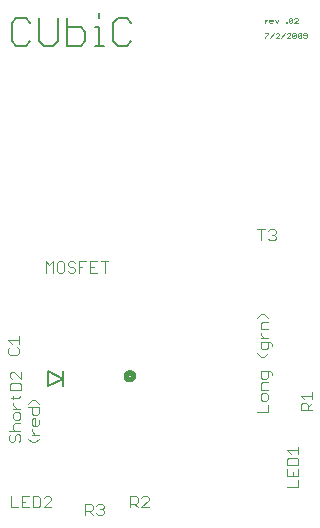
<source format=gto>
G75*
G70*
%OFA0B0*%
%FSLAX24Y24*%
%IPPOS*%
%LPD*%
%AMOC8*
5,1,8,0,0,1.08239X$1,22.5*
%
%ADD10C,0.0080*%
%ADD11C,0.0030*%
%ADD12C,0.0160*%
%ADD13C,0.0020*%
%ADD14C,0.0060*%
D10*
X002326Y015899D02*
X002172Y016053D01*
X002172Y016666D01*
X002326Y016820D01*
X002633Y016820D01*
X002786Y016666D01*
X003093Y016820D02*
X003093Y016053D01*
X003247Y015899D01*
X003554Y015899D01*
X003707Y016053D01*
X003707Y016820D01*
X004014Y016820D02*
X004014Y015899D01*
X004474Y015899D01*
X004628Y016053D01*
X004628Y016360D01*
X004474Y016513D01*
X004014Y016513D01*
X004935Y016513D02*
X005088Y016513D01*
X005088Y015899D01*
X004935Y015899D02*
X005242Y015899D01*
X005549Y016053D02*
X005702Y015899D01*
X006009Y015899D01*
X006162Y016053D01*
X006162Y016666D02*
X006009Y016820D01*
X005702Y016820D01*
X005549Y016666D01*
X005549Y016053D01*
X005088Y016820D02*
X005088Y016973D01*
X002786Y016053D02*
X002633Y015899D01*
X002326Y015899D01*
D11*
X002383Y000506D02*
X002136Y000506D01*
X002136Y000876D01*
X002504Y000876D02*
X002504Y000506D01*
X002751Y000506D01*
X002873Y000506D02*
X003058Y000506D01*
X003120Y000568D01*
X003120Y000815D01*
X003058Y000876D01*
X002873Y000876D01*
X002873Y000506D01*
X002628Y000691D02*
X002504Y000691D01*
X002504Y000876D02*
X002751Y000876D01*
X003241Y000815D02*
X003303Y000876D01*
X003426Y000876D01*
X003488Y000815D01*
X003488Y000753D01*
X003241Y000506D01*
X003488Y000506D01*
X004623Y000626D02*
X004623Y000256D01*
X004623Y000380D02*
X004808Y000380D01*
X004870Y000441D01*
X004870Y000565D01*
X004808Y000626D01*
X004623Y000626D01*
X004746Y000380D02*
X004870Y000256D01*
X004991Y000318D02*
X005053Y000256D01*
X005176Y000256D01*
X005238Y000318D01*
X005238Y000380D01*
X005176Y000441D01*
X005115Y000441D01*
X005176Y000441D02*
X005238Y000503D01*
X005238Y000565D01*
X005176Y000626D01*
X005053Y000626D01*
X004991Y000565D01*
X006123Y000506D02*
X006123Y000876D01*
X006308Y000876D01*
X006370Y000815D01*
X006370Y000691D01*
X006308Y000630D01*
X006123Y000630D01*
X006246Y000630D02*
X006370Y000506D01*
X006491Y000506D02*
X006738Y000753D01*
X006738Y000815D01*
X006676Y000876D01*
X006553Y000876D01*
X006491Y000815D01*
X006491Y000506D02*
X006738Y000506D01*
X003077Y002799D02*
X002954Y002676D01*
X002831Y002676D01*
X002707Y002799D01*
X002831Y002921D02*
X003077Y002921D01*
X002954Y002921D02*
X002831Y003045D01*
X002831Y003106D01*
X002892Y003228D02*
X002831Y003290D01*
X002831Y003413D01*
X002892Y003475D01*
X002954Y003475D01*
X002954Y003228D01*
X003016Y003228D02*
X002892Y003228D01*
X003016Y003228D02*
X003077Y003290D01*
X003077Y003413D01*
X003016Y003596D02*
X002892Y003596D01*
X002831Y003658D01*
X002831Y003843D01*
X002707Y003843D02*
X003077Y003843D01*
X003077Y003658D01*
X003016Y003596D01*
X003077Y003965D02*
X002954Y004088D01*
X002831Y004088D01*
X002707Y003965D01*
X002459Y003800D02*
X002212Y003800D01*
X002212Y003924D02*
X002212Y003986D01*
X002212Y003924D02*
X002336Y003800D01*
X002398Y003679D02*
X002274Y003679D01*
X002212Y003617D01*
X002212Y003494D01*
X002274Y003432D01*
X002398Y003432D01*
X002459Y003494D01*
X002459Y003617D01*
X002398Y003679D01*
X002459Y003311D02*
X002274Y003311D01*
X002212Y003249D01*
X002212Y003125D01*
X002274Y003064D01*
X002336Y002942D02*
X002274Y002881D01*
X002274Y002757D01*
X002212Y002695D01*
X002151Y002695D01*
X002089Y002757D01*
X002089Y002881D01*
X002151Y002942D01*
X002089Y003064D02*
X002459Y003064D01*
X002398Y002942D02*
X002459Y002881D01*
X002459Y002757D01*
X002398Y002695D01*
X002398Y002942D02*
X002336Y002942D01*
X002212Y004107D02*
X002212Y004231D01*
X002151Y004169D02*
X002398Y004169D01*
X002459Y004231D01*
X002479Y004419D02*
X002479Y004605D01*
X002418Y004666D01*
X002171Y004666D01*
X002109Y004605D01*
X002109Y004419D01*
X002479Y004419D01*
X002479Y004788D02*
X002233Y005035D01*
X002171Y005035D01*
X002109Y004973D01*
X002109Y004849D01*
X002171Y004788D01*
X002479Y004788D02*
X002479Y005035D01*
X002358Y005596D02*
X002111Y005596D01*
X002049Y005658D01*
X002049Y005781D01*
X002111Y005843D01*
X002173Y005964D02*
X002049Y006088D01*
X002419Y006088D01*
X002419Y006211D02*
X002419Y005964D01*
X002358Y005843D02*
X002419Y005781D01*
X002419Y005658D01*
X002358Y005596D01*
X003301Y008335D02*
X003301Y008705D01*
X003425Y008582D01*
X003548Y008705D01*
X003548Y008335D01*
X003669Y008397D02*
X003669Y008643D01*
X003731Y008705D01*
X003855Y008705D01*
X003916Y008643D01*
X003916Y008397D01*
X003855Y008335D01*
X003731Y008335D01*
X003669Y008397D01*
X004038Y008397D02*
X004099Y008335D01*
X004223Y008335D01*
X004285Y008397D01*
X004285Y008458D01*
X004223Y008520D01*
X004099Y008520D01*
X004038Y008582D01*
X004038Y008643D01*
X004099Y008705D01*
X004223Y008705D01*
X004285Y008643D01*
X004406Y008705D02*
X004406Y008335D01*
X004406Y008520D02*
X004529Y008520D01*
X004406Y008705D02*
X004653Y008705D01*
X004774Y008705D02*
X004774Y008335D01*
X005021Y008335D01*
X004898Y008520D02*
X004774Y008520D01*
X004774Y008705D02*
X005021Y008705D01*
X005143Y008705D02*
X005389Y008705D01*
X005266Y008705D02*
X005266Y008335D01*
X010341Y006820D02*
X010465Y006943D01*
X010588Y006943D01*
X010712Y006820D01*
X010712Y006698D02*
X010527Y006698D01*
X010465Y006637D01*
X010465Y006452D01*
X010712Y006452D01*
X010465Y006330D02*
X010465Y006268D01*
X010588Y006145D01*
X010465Y006145D02*
X010712Y006145D01*
X010712Y006023D02*
X010712Y005838D01*
X010650Y005776D01*
X010527Y005776D01*
X010465Y005838D01*
X010465Y006023D01*
X010773Y006023D01*
X010835Y005962D01*
X010835Y005900D01*
X010712Y005654D02*
X010588Y005531D01*
X010465Y005531D01*
X010341Y005654D01*
X010465Y005041D02*
X010465Y004856D01*
X010527Y004794D01*
X010650Y004794D01*
X010712Y004856D01*
X010712Y005041D01*
X010773Y005041D02*
X010465Y005041D01*
X010527Y004673D02*
X010465Y004611D01*
X010465Y004426D01*
X010712Y004426D01*
X010650Y004305D02*
X010527Y004305D01*
X010465Y004243D01*
X010465Y004119D01*
X010527Y004058D01*
X010650Y004058D01*
X010712Y004119D01*
X010712Y004243D01*
X010650Y004305D01*
X010712Y004673D02*
X010527Y004673D01*
X010835Y004918D02*
X010835Y004979D01*
X010773Y005041D01*
X010712Y003936D02*
X010712Y003689D01*
X010341Y003689D01*
X011359Y002411D02*
X011729Y002411D01*
X011729Y002288D02*
X011729Y002535D01*
X011483Y002288D02*
X011359Y002411D01*
X011421Y002166D02*
X011359Y002105D01*
X011359Y001919D01*
X011729Y001919D01*
X011729Y002105D01*
X011668Y002166D01*
X011421Y002166D01*
X011359Y001798D02*
X011359Y001551D01*
X011729Y001551D01*
X011729Y001798D01*
X011544Y001675D02*
X011544Y001551D01*
X011729Y001430D02*
X011729Y001183D01*
X011359Y001183D01*
X011799Y003746D02*
X011799Y003931D01*
X011861Y003993D01*
X011984Y003993D01*
X012046Y003931D01*
X012046Y003746D01*
X012169Y003746D02*
X011799Y003746D01*
X012046Y003870D02*
X012169Y003993D01*
X012169Y004114D02*
X012169Y004361D01*
X012169Y004238D02*
X011799Y004238D01*
X011923Y004114D01*
X010913Y009406D02*
X010789Y009406D01*
X010728Y009468D01*
X010851Y009591D02*
X010913Y009591D01*
X010975Y009530D01*
X010975Y009468D01*
X010913Y009406D01*
X010913Y009591D02*
X010975Y009653D01*
X010975Y009715D01*
X010913Y009776D01*
X010789Y009776D01*
X010728Y009715D01*
X010606Y009776D02*
X010359Y009776D01*
X010483Y009776D02*
X010483Y009406D01*
D12*
X005977Y004891D02*
X005979Y004912D01*
X005984Y004932D01*
X005994Y004951D01*
X006006Y004968D01*
X006021Y004982D01*
X006039Y004994D01*
X006058Y005002D01*
X006078Y005007D01*
X006099Y005008D01*
X006120Y005005D01*
X006140Y004999D01*
X006158Y004989D01*
X006175Y004976D01*
X006189Y004960D01*
X006199Y004942D01*
X006207Y004922D01*
X006211Y004901D01*
X006211Y004881D01*
X006207Y004860D01*
X006199Y004840D01*
X006189Y004822D01*
X006175Y004806D01*
X006158Y004793D01*
X006140Y004783D01*
X006120Y004777D01*
X006099Y004774D01*
X006078Y004775D01*
X006058Y004780D01*
X006039Y004788D01*
X006021Y004800D01*
X006006Y004814D01*
X005994Y004831D01*
X005984Y004850D01*
X005979Y004870D01*
X005977Y004891D01*
D13*
X010604Y016151D02*
X010604Y016181D01*
X010724Y016301D01*
X010724Y016331D01*
X010604Y016331D01*
X010789Y016151D02*
X010909Y016331D01*
X010973Y016301D02*
X011003Y016331D01*
X011063Y016331D01*
X011093Y016301D01*
X011093Y016271D01*
X010973Y016151D01*
X011093Y016151D01*
X011157Y016151D02*
X011277Y016331D01*
X011341Y016301D02*
X011371Y016331D01*
X011431Y016331D01*
X011461Y016301D01*
X011461Y016271D01*
X011341Y016151D01*
X011461Y016151D01*
X011525Y016181D02*
X011525Y016301D01*
X011555Y016331D01*
X011615Y016331D01*
X011645Y016301D01*
X011525Y016181D01*
X011555Y016151D01*
X011615Y016151D01*
X011645Y016181D01*
X011645Y016301D01*
X011709Y016301D02*
X011739Y016331D01*
X011799Y016331D01*
X011829Y016301D01*
X011709Y016181D01*
X011739Y016151D01*
X011799Y016151D01*
X011829Y016181D01*
X011829Y016301D01*
X011893Y016301D02*
X011893Y016271D01*
X011923Y016241D01*
X012013Y016241D01*
X012013Y016181D02*
X012013Y016301D01*
X011983Y016331D01*
X011923Y016331D01*
X011893Y016301D01*
X011893Y016181D02*
X011923Y016151D01*
X011983Y016151D01*
X012013Y016181D01*
X011709Y016181D02*
X011709Y016301D01*
X011706Y016651D02*
X011586Y016651D01*
X011706Y016771D01*
X011706Y016801D01*
X011676Y016831D01*
X011616Y016831D01*
X011586Y016801D01*
X011522Y016801D02*
X011402Y016681D01*
X011432Y016651D01*
X011492Y016651D01*
X011522Y016681D01*
X011522Y016801D01*
X011492Y016831D01*
X011432Y016831D01*
X011402Y016801D01*
X011402Y016681D01*
X011340Y016681D02*
X011340Y016651D01*
X011310Y016651D01*
X011310Y016681D01*
X011340Y016681D01*
X011062Y016771D02*
X011002Y016651D01*
X010942Y016771D01*
X010878Y016741D02*
X010878Y016711D01*
X010758Y016711D01*
X010758Y016681D02*
X010758Y016741D01*
X010788Y016771D01*
X010848Y016771D01*
X010878Y016741D01*
X010848Y016651D02*
X010788Y016651D01*
X010758Y016681D01*
X010694Y016771D02*
X010664Y016771D01*
X010604Y016711D01*
X010604Y016651D02*
X010604Y016771D01*
D14*
X003894Y005051D02*
X003894Y004551D01*
X003894Y004801D02*
X003394Y005051D01*
X003394Y004551D01*
X003894Y004801D01*
M02*

</source>
